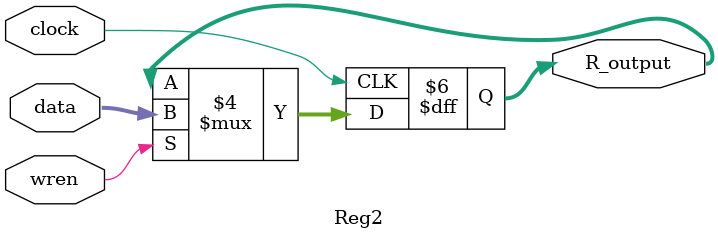
<source format=v>
module BankOfRegisters(
	input clock,
	input reset,
		
	// cdb[15:15] -> R0_in (Registrador Destino R0)
	// cdb[14:14] -> R1_in (Registrador Destino R1)
	// cdb[13:13] -> R2_in (Registrador Destino R2)
	// cdb[12:11] -> Posição da Instrução na RS
	// cdb[10:10] -> Indica qual ULA escreveu no cdb
	// cdb[9:0]   -> Dado
	input[15:0] cdb,
	
	output [15:0] R0_output,
	output [15:0] R1_output,
	output [15:0] R2_output
);

// Montar lógica de reset

// cdb[15:15] -> R0_in
// cdb[14:14] -> R1_in
// cdb[13:13] -> R2_in

// Instanciar os Registradores
//Register R0 (clock, cdb[15:15], cdb[9:0], R0_output);
//Register R1 (clock, cdb[14:14], cdb[9:0], R1_output);
//Register R2 (clock, cdb[13:13], cdb[9:0], R2_output);

// Instanciar os Registradores para teste
Reg0 R0 (clock, cdb[15:15], cdb[9:0], R0_output); // 0
Reg1 R1 (clock, cdb[14:14], cdb[9:0], R1_output); // 7
Reg2 R2 (clock, cdb[13:13], cdb[9:0], R2_output); // 4

endmodule

// Registrador 0
module Reg0(
   input clock,
	input wren,
   input [15:0] data,
   output reg[15:0] R_output
);  

initial begin
	R_output = 16'b0000000000000000;
end
	
always @(posedge clock) begin
	if(wren) begin
		R_output = data;
	end
end

endmodule

// Registrador 1
module Reg1(
   input clock,
	input wren,
   input [15:0] data,
   output reg[15:0] R_output
);  

initial begin
	R_output = 16'b0000000000000111;
end
	
always @(posedge clock) begin
	if(wren) begin
		R_output = data;
	end
end

endmodule

// Registrador 2
module Reg2(
   input clock,
	input wren,
   input [15:0] data,
   output reg[15:0] R_output
);  

initial begin
	R_output = 16'b0000000000000100;
end
	
always @(posedge clock) begin
	if(wren) begin
		R_output = data;
	end
end

endmodule

</source>
